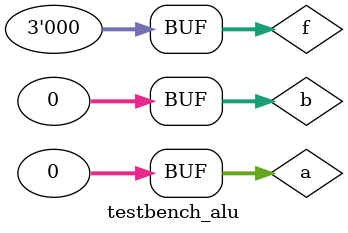
<source format=sv>

module testbench_alu();
  logic [31:0] a, b, y;
  logic [2:0] f;
  logic zero;
  logic result;
  
  alu dut(
    .iA (a),
    .iB (b),
    .iF (f),
    .oY (y),
    .oZero (zero)
  );

  initial begin
    $dumpfile("dump.vcd"); $dumpvars;
    result = 1'b1;
    
    a = 32'h1234_5678; b = 32'h0000_ffff; f=3'b000; #10;
    if(y!=32'h0000_5678) begin $display("000 failed."); result=1'b0; end

    a = 32'h1234_5678; b = 32'h0000_ffff; f=3'b001; #10;
    if(y!=32'h1234_ffff) begin $display("001 failed."); result=1'b0; end
    
    a = 32'h1234_5678; b = 32'h1111_2222; f=3'b010; #10;
    if(y!=32'h2345_789a) begin $display("010 failed."); result=1'b0; end
    
    a = 32'h1234_5678; b = 32'h0000_ffff; f=3'b100; #10;
    if(y!=32'h1234_0000) begin $display("100 failed."); result=1'b0; end
    
    a = 32'h1234_5678; b = 32'h0000_ffff; f=3'b101; #10;
    if(y!=32'hffff_5678) begin $display("101 failed."); result=1'b0; end
    
    a = 32'h1234_5678; b = 32'h1111_2222; f=3'b110; #10;
    if(y!=32'h0123_3456) begin $display("110 failed."); result=1'b0; end
    
    a = 32'h0000_5678; b = 32'h0000_ffff; f=3'b111; #10;
    if(y!=32'h0000_0001) begin $display("111 failed."); result=1'b0; end
    
    a = 32'h0000_0000; b = 32'h0000_0000; f=3'b000; #10;
    if(zero!=1) begin $display("zero failed."); result=1'b0; end
    
    if(result) 	$display("SUCCESS!");
    else		$display("FAILURE!");
  end
endmodule 

</source>
